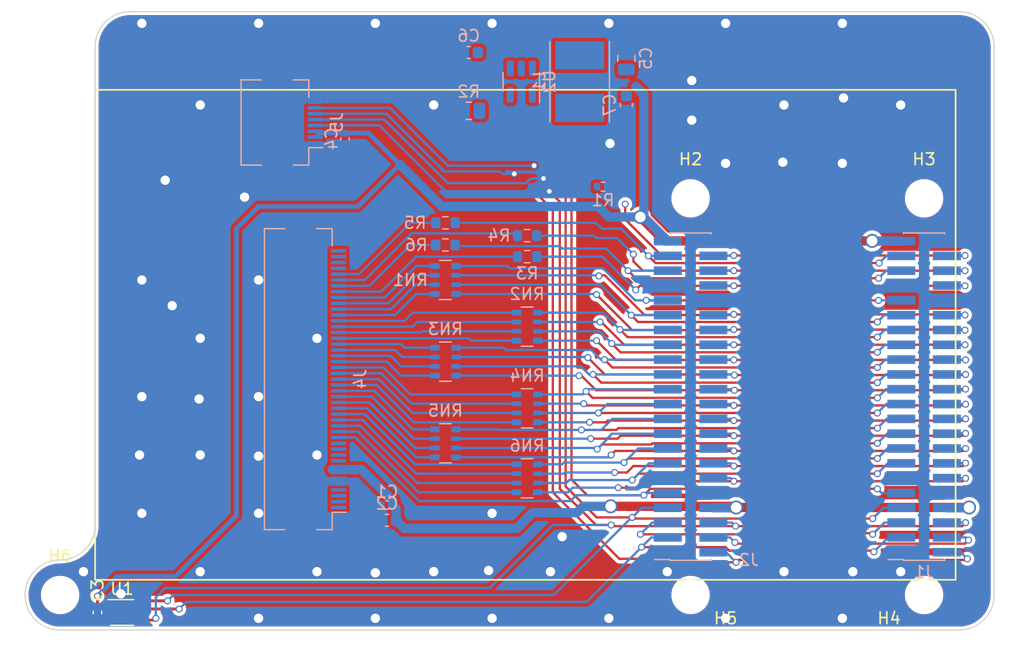
<source format=kicad_pcb>
(kicad_pcb (version 20211014) (generator pcbnew)
  (layers (0 "F.Cu" signal) (31 "B.Cu" signal) (34 "B.Paste" user) (35 "F.Paste" user) (36 "B.SilkS" user "B.Silkscreen") (37 "F.SilkS" user "F.Silkscreen") (38 "B.Mask" user) (39 "F.Mask" user) (44 "Edge.Cuts" user))
  (net 0 "")
  (net 1 "GND")
  (net 2 "+3V3")
  (net 5 "I2C-SCL")
  (net 6 "I2C-SDA")
  (net 7 "TOUCH-YD")
  (net 8 "TOUCH-XR")
  (net 9 "TOUCH-YU")
  (net 10 "TOUCH-XL")
  (net 11 "+3V3_LDO")
  (net 12 "LCD-D23")
  (net 13 "LCD-D22")
  (net 14 "LCD-D21")
  (net 15 "LCD-D20")
  (net 16 "LCD-D19")
  (net 17 "LCD-D18")
  (net 18 "LCD-D15")
  (net 19 "LCD-D14")
  (net 20 "LCD-D13")
  (net 21 "LCD-D12")
  (net 22 "LCD-D11")
  (net 23 "LCD-D10")
  (net 24 "LCD-D7")
  (net 25 "LCD-D6")
  (net 26 "LCD-D5")
  (net 27 "LCD-D4")
  (net 28 "LCD-D3")
  (net 29 "LCD-D2")
  (net 30 "LCD-DE")
  (net 31 "LCD-CLK")
  (net 32 "LCD-HSYNC")
  (net 33 "LCD-VSYNC")
  (net 34 "LCD_BL")
  (net 39 "LCD-D0")
  (net 40 "LCD-D1")
  (net 41 "LCD-D8")
  (net 42 "LCD-D9")
  (net 43 "LCD-D16")
  (net 44 "LCD-D17")
  (net 45 "DEV_RESET")
  (net 46 "/lcd-d23")
  (net 47 "/lcd-d22")
  (net 48 "/lcd-d21")
  (net 49 "/lcd-d20")
  (net 50 "/lcd-d19")
  (net 51 "/lcd-d18")
  (net 52 "/lcd-d17")
  (net 53 "/lcd-d16")
  (net 54 "/lcd-d15")
  (net 55 "/lcd-d14")
  (net 56 "/lcd-d13")
  (net 57 "/lcd-d12")
  (net 58 "/lcd-d11")
  (net 59 "/lcd-d10")
  (net 60 "/lcd-d09")
  (net 61 "/lcd-d08")
  (net 62 "/lcd-d07")
  (net 63 "/lcd-d06")
  (net 64 "/lcd-d05")
  (net 65 "/lcd-d04")
  (net 66 "/lcd-d03")
  (net 67 "/lcd-d02")
  (net 68 "/lcd-d01")
  (net 69 "/lcd-d00")
  (net 70 "/vsync")
  (net 71 "/hsync")
  (net 72 "/clk")
  (net 73 "/de")
  (net 74 "/cs")
  (net 75 "/scl")
  (net 76 "/sdi")
  (net 77 "/sdo")
  (net 79 "LED_A")
  (net 80 "Net-(L1-Pad2)")
  (net 81 "LED_K")
  (footprint "MountingHole:MountingHole_2.7mm_M2.5_DIN965" (layer "F.Cu") (at 177 97)
    (fp_text reference "H4")
    (fp_text value "MountingHole")
  )
  (footprint "OptoDevice:Lite-On_LTR-303ALS-01" (layer "F.Cu") (at 108.3 98.5)
    (fp_text reference "U1")
    (fp_text value "LTR-303ALS-01")
  )
  (footprint "MountingHole:MountingHole_2.7mm_M2.5_DIN965" (layer "F.Cu") (at 103 97)
    (fp_text reference "H6")
    (fp_text value "MountingHole")
  )
  (footprint "MountingHole:MountingHole_2.7mm_M2.5_DIN965" (layer "F.Cu") (at 157 97)
    (fp_text reference "H5")
    (fp_text value "MountingHole")
  )
  (footprint "Capacitor_SMD:C_0402_1005Metric" (layer "F.Cu") (at 106.2 98.5 -90)
    (fp_text reference "C3")
    (fp_text value "100nF")
  )
  (footprint "MountingHole:MountingHole_2.7mm_M2.5_DIN965" (layer "F.Cu") (at 177 63)
    (fp_text reference "H3")
    (fp_text value "MountingHole")
  )
  (footprint "MountingHole:MountingHole_2.7mm_M2.5_DIN965" (layer "F.Cu") (at 157 63)
    (fp_text reference "H2")
    (fp_text value "MountingHole")
  )
  (footprint "Resistor_SMD:R_0603_1608Metric" (layer "B.Cu") (at 143 66.2)
    (fp_text reference "R4")
    (fp_text value "100")
  )
  (footprint "Connector_PinHeader_1.27mm:PinHeader_2x22_P1.27mm_Vertical_SMD" (layer "B.Cu") (at 177 80)
    (fp_text reference "J1")
    (fp_text value "Conn_02x22_Odd_Even")
  )
  (footprint "Connector_PinHeader_1.27mm:PinHeader_2x22_P1.27mm_Vertical_SMD" (layer "B.Cu") (at 157 80)
    (fp_text reference "J2")
    (fp_text value "Conn_02x22_Odd_Even")
  )
  (footprint "Capacitor_SMD:C_0402_1005Metric" (layer "B.Cu") (at 131 89.3 180)
    (fp_text reference "C1")
    (fp_text value "100nF")
  )
  (footprint "Package_TO_SOT_SMD:SOT-23-6" (layer "B.Cu") (at 142.5 53 90)
    (fp_text reference "U2")
    (fp_text value "AP3019")
  )
  (footprint "Resistor_SMD:R_0805_2012Metric" (layer "B.Cu") (at 138 55.5 180)
    (fp_text reference "R2")
    (fp_text value "10")
  )
  (footprint "Resistor_SMD:R_0402_1005Metric" (layer "B.Cu") (at 149.5 62)
    (fp_text reference "R1")
    (fp_text value "100k")
  )
  (footprint "Inductor_SMD:L_Taiyo-Yuden_NR-50xx_HandSoldering" (layer "B.Cu") (at 147.5 53 -90)
    (fp_text reference "L1")
    (fp_text value "22uH")
  )
  (footprint "Capacitor_SMD:C_0805_2012Metric" (layer "B.Cu") (at 151.5 51 90)
    (fp_text reference "C5")
    (fp_text value "10uF")
  )
  (footprint "Capacitor_SMD:C_0402_1005Metric" (layer "B.Cu") (at 127.4 57.9 -90)
    (fp_text reference "C4")
    (fp_text value "100nF")
  )
  (footprint "Resistor_SMD:R_0603_1608Metric" (layer "B.Cu") (at 143 68)
    (fp_text reference "R3")
    (fp_text value "100")
  )
  (footprint "Connector_FFC-FPC:Hirose_FH12-8S-0.5SH_1x08-1MP_P0.50mm_Horizontal" (layer "B.Cu") (at 123 56.5 90)
    (fp_text reference "J5")
    (fp_text value "Conn_01x08_MountingPin")
  )
  (footprint "Resistor_SMD:R_Array_Convex_4x0603" (layer "B.Cu") (at 143 74 180)
    (fp_text reference "RN2")
    (fp_text value "100")
  )
  (footprint "Connector_FFC-FPC:Hirose_FH12-45S-0.5SH_1x45-1MP_P0.50mm_Horizontal" (layer "B.Cu") (at 125 78.5 90)
    (fp_text reference "J4")
    (fp_text value "Conn_2Rows-45Pins_MountingPin")
  )
  (footprint "Resistor_SMD:R_Array_Convex_4x0603" (layer "B.Cu") (at 136 70 180)
    (fp_text reference "RN1")
    (fp_text value "100")
  )
  (footprint "Resistor_SMD:R_Array_Convex_4x0603" (layer "B.Cu") (at 143 87 180)
    (fp_text reference "RN6")
    (fp_text value "100")
  )
  (footprint "Resistor_SMD:R_Array_Convex_4x0603" (layer "B.Cu") (at 143 81 180)
    (fp_text reference "RN4")
    (fp_text value "100")
  )
  (footprint "Resistor_SMD:R_Array_Convex_4x0603" (layer "B.Cu") (at 136 84 180)
    (fp_text reference "RN5")
    (fp_text value "100")
  )
  (footprint "Capacitor_SMD:C_0603_1608Metric" (layer "B.Cu") (at 151.5 55 -90)
    (fp_text reference "C7")
    (fp_text value "1uF")
  )
  (footprint "Resistor_SMD:R_0603_1608Metric" (layer "B.Cu") (at 136 65.1)
    (fp_text reference "R5")
    (fp_text value "100")
  )
  (footprint "Resistor_SMD:R_Array_Convex_4x0603" (layer "B.Cu") (at 136 77 180)
    (fp_text reference "RN3")
    (fp_text value "100")
  )
  (footprint "Capacitor_SMD:C_0603_1608Metric" (layer "B.Cu") (at 131 90.6 180)
    (fp_text reference "C2")
    (fp_text value "10uF")
  )
  (footprint "Capacitor_SMD:C_0603_1608Metric" (layer "B.Cu") (at 138 50.5 180)
    (fp_text reference "C6")
    (fp_text value "220nF")
  )
  (footprint "Resistor_SMD:R_0603_1608Metric" (layer "B.Cu") (at 136 67)
    (fp_text reference "R6")
    (fp_text value "100")
  )
  (gr_rect (start 106 95.7) (end 179.7 53.7) (layer "F.SilkS") (width 0.15) (fill none))
  (gr_line (start 106 91) (end 106 50) (layer "Edge.Cuts") (width 0.1))
  (gr_arc (start 100 97) (mid 100.87868 94.87868) (end 103 94) (layer "Edge.Cuts") (width 0.1))
  (gr_line (start 183 97) (end 183 50) (layer "Edge.Cuts") (width 0.1))
  (gr_line (start 180 47) (end 109 47) (layer "Edge.Cuts") (width 0.1))
  (gr_arc (start 106 91) (mid 105.12132 93.12132) (end 103 94) (layer "Edge.Cuts") (width 0.1))
  (gr_line (start 103 100) (end 180 100) (layer "Edge.Cuts") (width 0.1))
  (gr_arc (start 106 50) (mid 106.87868 47.87868) (end 109 47) (layer "Edge.Cuts") (width 0.1))
  (gr_arc (start 183 97) (mid 182.12132 99.12132) (end 180 100) (layer "Edge.Cuts") (width 0.1))
  (gr_arc (start 103 100) (mid 100.87868 99.12132) (end 100 97) (layer "Edge.Cuts") (width 0.1))
  (gr_arc (start 180 47) (mid 182.12132 47.87868) (end 183 50) (layer "Edge.Cuts") (width 0.1))
  (via (at 170.9 95) (size 1.2) (drill 0.8) (layers "F.Cu" "B.Cu") (net 1))
  (via (at 150 99) (size 1.2) (drill 0.8) (layers "F.Cu" "B.Cu") (net 1))
  (via (at 170 48) (size 1.2) (drill 0.8) (layers "F.Cu" "B.Cu") (net 1))
  (via (at 135 95) (size 1.2) (drill 0.8) (layers "F.Cu" "B.Cu") (net 1))
  (via (at 135 55) (size 1.2) (drill 0.8) (layers "F.Cu" "B.Cu") (net 1))
  (via (at 120 85.1) (size 1.2) (drill 0.8) (layers "F.Cu" "B.Cu") (net 1))
  (via (at 130 48) (size 1.2) (drill 0.8) (layers "F.Cu" "B.Cu") (net 1))
  (via (at 140 48) (size 1.2) (drill 0.8) (layers "F.Cu" "B.Cu") (net 1))
  (via (at 115 55) (size 1.2) (drill 0.8) (layers "F.Cu" "B.Cu") (net 1))
  (via (at 150.1 58.3) (size 1.2) (drill 0.8) (layers "F.Cu" "B.Cu") (net 1))
  (via (at 170 99) (size 1.2) (drill 0.8) (layers "F.Cu" "B.Cu") (net 1))
  (via (at 175 55) (size 1.2) (drill 0.8) (layers "F.Cu" "B.Cu") (net 1))
  (via (at 110 80) (size 1.2) (drill 0.8) (layers "F.Cu" "B.Cu") (net 1))
  (via (at 146 92) (size 1.2) (drill 0.8) (layers "F.Cu" "B.Cu") (net 1))
  (via (at 150 48) (size 1.2) (drill 0.8) (layers "F.Cu" "B.Cu") (net 1))
  (via (at 120 80) (size 1.2) (drill 0.8) (layers "F.Cu" "B.Cu") (net 1))
  (via (at 170 60) (size 1.2) (drill 0.8) (layers "F.Cu" "B.Cu") (net 1))
  (via (at 112.6 72.2) (size 1.2) (drill 0.8) (layers "F.Cu" "B.Cu") (net 1))
  (via (at 110 48) (size 1.2) (drill 0.8) (layers "F.Cu" "B.Cu") (net 1))
  (via (at 165 55) (size 1.2) (drill 0.8) (layers "F.Cu" "B.Cu") (net 1))
  (via (at 120 48) (size 1.2) (drill 0.8) (layers "F.Cu" "B.Cu") (net 1))
  (via (at 105 95) (size 1.2) (drill 0.8) (layers "F.Cu" "B.Cu") (net 1))
  (via (at 125 85) (size 1.2) (drill 0.8) (layers "F.Cu" "B.Cu") (net 1))
  (via (at 160 99) (size 1.2) (drill 0.8) (layers "F.Cu" "B.Cu") (net 1))
  (via (at 157.1 56.3) (size 1.2) (drill 0.8) (layers "F.Cu" "B.Cu") (net 1))
  (via (at 139.7 94.9) (size 1.2) (drill 0.8) (layers "F.Cu" "B.Cu") (net 1))
  (via (at 160 60) (size 1.2) (drill 0.8) (layers "F.Cu" "B.Cu") (net 1))
  (via (at 109.8 85) (size 1.2) (drill 0.8) (layers "F.Cu" "B.Cu") (net 1))
  (via (at 110 70) (size 1.2) (drill 0.8) (layers "F.Cu" "B.Cu") (net 1))
  (via (at 125 95) (size 1.2) (drill 0.8) (layers "F.Cu" "B.Cu") (net 1))
  (via (at 114.9 80.2) (size 1.2) (drill 0.8) (layers "F.Cu" "B.Cu") (net 1))
  (via (at 170.1 54.4) (size 1.2) (drill 0.8) (layers "F.Cu" "B.Cu") (net 1))
  (via (at 120 90) (size 1.2) (drill 0.8) (layers "F.Cu" "B.Cu") (net 1))
  (via (at 115 75) (size 1.2) (drill 0.8) (layers "F.Cu" "B.Cu") (net 1))
  (via (at 115 95) (size 1.2) (drill 0.8) (layers "F.Cu" "B.Cu") (net 1))
  (via (at 130 99) (size 1.2) (drill 0.8) (layers "F.Cu" "B.Cu") (net 1))
  (via (at 175 95) (size 1.2) (drill 0.8) (layers "F.Cu" "B.Cu") (net 1))
  (via (at 140 90) (size 1.2) (drill 0.8) (layers "F.Cu" "B.Cu") (net 1))
  (via (at 130 95.1) (size 1.2) (drill 0.8) (layers "F.Cu" "B.Cu") (net 1))
  (via (at 145 95) (size 1.2) (drill 0.8) (layers "F.Cu" "B.Cu") (net 1))
  (via (at 125 75) (size 1.2) (drill 0.8) (layers "F.Cu" "B.Cu") (net 1))
  (via (at 108.2 96.9) (size 1.2) (drill 0.8) (layers "F.Cu" "B.Cu") (net 1))
  (via (at 120 70) (size 1.2) (drill 0.8) (layers "F.Cu" "B.Cu") (net 1))
  (via (at 155 95) (size 1.2) (drill 0.8) (layers "F.Cu" "B.Cu") (net 1))
  (via (at 115 85) (size 1.2) (drill 0.8) (layers "F.Cu" "B.Cu") (net 1))
  (via (at 120 99) (size 1.2) (drill 0.8) (layers "F.Cu" "B.Cu") (net 1))
  (via (at 140 99) (size 1.2) (drill 0.8) (layers "F.Cu" "B.Cu") (net 1))
  (via (at 157.1 52.9) (size 1.2) (drill 0.8) (layers "F.Cu" "B.Cu") (net 1))
  (via (at 165 95) (size 1.2) (drill 0.8) (layers "F.Cu" "B.Cu") (net 1))
  (via (at 110 90) (size 1.2) (drill 0.8) (layers "F.Cu" "B.Cu") (net 1))
  (via (at 160 48) (size 1.2) (drill 0.8) (layers "F.Cu" "B.Cu") (net 1))
  (via (at 112 61.45) (size 1.2) (drill 0.8) (layers "F.Cu" "B.Cu") (net 1))
  (via (at 118.8 62.9) (size 1.2) (drill 0.8) (layers "F.Cu" "B.Cu") (net 1))
  (via (at 164.9 59.9) (size 1.2) (drill 0.8) (layers "F.Cu" "B.Cu") (net 1))
  (segment (start 154.75 66.65) (end 152.7 64.6) (width 0.8) (layer "F.Cu") (net 2))
  (segment (start 172.55 66.65) (end 154.75 66.65) (width 0.8) (layer "F.Cu") (net 2))
  (segment (start 107.4 97.85) (end 106.37 97.85) (width 0.25) (layer "F.Cu") (net 2))
  (segment (start 106.2 98.02) (end 106.2 97.1) (width 0.25) (layer "F.Cu") (net 2))
  (segment (start 106.37 97.85) (end 106.2 98.02) (width 0.25) (layer "F.Cu") (net 2))
  (via (at 106.2 97.1) (size 0.6) (drill 0.4) (layers "F.Cu" "B.Cu") (net 2))
  (via (at 172.55 66.65) (size 1.2) (drill 0.9) (layers "F.Cu" "B.Cu") (net 2))
  (via (at 152.7 64.6) (size 1.2) (drill 0.9) (layers "F.Cu" "B.Cu") (net 2))
  (segment (start 118.1 90.2) (end 112.9 95.4) (width 0.4) (layer "B.Cu") (net 2))
  (segment (start 150 64.6) (end 149.1 63.7) (width 0.8) (layer "B.Cu") (net 2))
  (segment (start 124.85 57.25) (end 125.35 57.25) (width 0.25) (layer "B.Cu") (net 2))
  (segment (start 153 54.1) (end 152.3 53.4) (width 0.8) (layer "B.Cu") (net 2))
  (segment (start 125.15 57.45) (end 125.25 57.45) (width 0.25) (layer "B.Cu") (net 2))
  (segment (start 112.9 95.4) (end 107.9 95.4) (width 0.4) (layer "B.Cu") (net 2))
  (segment (start 149.1 63.7) (end 135.7 63.7) (width 0.8) (layer "B.Cu") (net 2))
  (segment (start 124.85 57.75) (end 125.05 57.55) (width 0.25) (layer "B.Cu") (net 2))
  (segment (start 153 64.3) (end 153 54.1) (width 0.8) (layer "B.Cu") (net 2))
  (segment (start 152.7 64.6) (end 152.985 64.6) (width 0.8) (layer "B.Cu") (net 2))
  (segment (start 125.05 57.25) (end 125.25 57.45) (width 0.25) (layer "B.Cu") (net 2))
  (segment (start 175.05 66.665) (end 172.565 66.665) (width 0.8) (layer "B.Cu") (net 2))
  (segment (start 124.85 57.75) (end 125.15 57.75) (width 0.25) (layer "B.Cu") (net 2))
  (segment (start 152.7 64.6) (end 150 64.6) (width 0.8) (layer "B.Cu") (net 2))
  (segment (start 125.05 57.45) (end 125.05 57.55) (width 0.25) (layer "B.Cu") (net 2))
  (segment (start 135.7 63.7) (end 132.1 60.1) (width 0.8) (layer "B.Cu") (net 2))
  (segment (start 125.35 57.25) (end 125.5 57.4) (width 0.25) (layer "B.Cu") (net 2))
  (segment (start 152.7 64.6) (end 153 64.3) (width 0.8) (layer "B.Cu") (net 2))
  (segment (start 124.85 57.25) (end 125.05 57.45) (width 0.25) (layer "B.Cu") (net 2))
  (segment (start 132.1 60.1) (end 128.5 63.7) (width 0.4) (layer "B.Cu") (net 2))
  (segment (start 118.1 65.6) (end 118.1 90.2) (width 0.4) (layer "B.Cu") (net 2))
  (segment (start 172.565 66.665) (end 172.55 66.65) (width 0.8) (layer "B.Cu") (net 2))
  (segment (start 152.985 64.6) (end 155.05 66.665) (width 0.8) (layer "B.Cu") (net 2))
  (segment (start 107.9 95.4) (end 106.2 97.1) (width 0.4) (layer "B.Cu") (net 2))
  (segment (start 125.35 57.55) (end 125.5 57.4) (width 0.25) (layer "B.Cu") (net 2))
  (segment (start 132.1 60.1) (end 129.4 57.4) (width 0.4) (layer "B.Cu") (net 2))
  (segment (start 124.85 57.25) (end 125.05 57.25) (width 0.25) (layer "B.Cu") (net 2))
  (segment (start 125.05 57.55) (end 125.15 57.45) (width 0.25) (layer "B.Cu") (net 2))
  (segment (start 120 63.7) (end 118.1 65.6) (width 0.4) (layer "B.Cu") (net 2))
  (segment (start 125.25 57.45) (end 125.35 57.55) (width 0.25) (layer "B.Cu") (net 2))
  (segment (start 129.4 57.4) (end 125.5 57.4) (width 0.4) (layer "B.Cu") (net 2))
  (segment (start 125.15 57.75) (end 125.35 57.55) (width 0.25) (layer "B.Cu") (net 2))
  (segment (start 128.5 63.7) (end 120 63.7) (width 0.4) (layer "B.Cu") (net 2))
  (segment (start 150.2 91) (end 148.9 91) (width 0.2) (layer "F.Cu") (net 5))
  (segment (start 145.8 63.3) (end 144.9 62.4) (width 0.2) (layer "F.Cu") (net 5))
  (segment (start 160.85 91.1) (end 153.1 91.1) (width 0.2) (layer "F.Cu") (net 5))
  (segment (start 153.1 91.1) (end 150.3 91.1) (width 0.2) (layer "F.Cu") (net 5))
  (segment (start 111.05 99.15) (end 111.2 99) (width 0.25) (layer "F.Cu") (net 5))
  (segment (start 180.25 91.1) (end 180.55 90.8) (width 0.2) (layer "F.Cu") (net 5))
  (segment (start 148.9 91) (end 145.8 87.9) (width 0.2) (layer "F.Cu") (net 5))
  (segment (start 109.2 99.15) (end 111.05 99.15) (width 0.25) (layer "F.Cu") (net 5))
  (segment (start 150.3 91.1) (end 150.2 91) (width 0.2) (layer "F.Cu") (net 5))
  (segment (start 145.8 87.9) (end 145.8 63.3) (width 0.2) (layer "F.Cu") (net 5))
  (segment (start 160.85 91.1) (end 180.25 91.1) (width 0.2) (layer "F.Cu") (net 5))
  (via (at 150.2 91) (size 0.6) (drill 0.4) (layers "F.Cu" "B.Cu") (net 5))
  (via (at 111.2 99) (size 0.6) (drill 0.4) (layers "F.Cu" "B.Cu") (net 5))
  (via (at 180.55 90.8) (size 0.6) (drill 0.4) (layers "F.Cu" "B.Cu") (net 5))
  (via (at 144.9 62.4) (size 0.6) (drill 0.4) (layers "F.Cu" "B.Cu") (net 5))
  (via (at 160.85 91.1) (size 0.6) (drill 0.4) (layers "F.Cu" "B.Cu") (net 5))
  (segment (start 150.2 91) (end 145.2 91) (width 0.2) (layer "B.Cu") (net 5))
  (segment (start 139.8 96.4) (end 112 96.4) (width 0.2) (layer "B.Cu") (net 5))
  (segment (start 180.55 90.8) (end 178.955 90.8) (width 0.2) (layer "B.Cu") (net 5))
  (segment (start 111.2 97.2) (end 111.2 99) (width 0.2) (layer "B.Cu") (net 5))
  (segment (start 145.2 91) (end 139.8 96.4) (width 0.2) (layer "B.Cu") (net 5))
  (segment (start 136 62.4) (end 144.3 62.4) (width 0.2) (layer "B.Cu") (net 5))
  (segment (start 160.545 90.795) (end 158.95 90.795) (width 0.2) (layer "B.Cu") (net 5))
  (segment (start 112 96.4) (end 111.2 97.2) (width 0.2) (layer "B.Cu") (net 5))
  (segment (start 178.955 90.8) (end 178.95 90.795) (width 0.2) (layer "B.Cu") (net 5))
  (segment (start 130.35 56.75) (end 136 62.4) (width 0.2) (layer "B.Cu") (net 5))
  (segment (start 160.85 91.1) (end 160.545 90.795) (width 0.2) (layer "B.Cu") (net 5))
  (segment (start 144.3 62.4) (end 144.9 62.4) (width 0.2) (layer "B.Cu") (net 5))
  (segment (start 124.85 56.75) (end 130.35 56.75) (width 0.2) (layer "B.Cu") (net 5))
  (segment (start 145 61.3) (end 146.3 62.6) (width 0.2) (layer "F.Cu") (net 6))
  (segment (start 146.3 62.6) (end 146.3 87.7) (width 0.2) (layer "F.Cu") (net 6))
  (segment (start 109.55 97.5) (end 109.2 97.85) (width 0.25) (layer "F.Cu") (net 6))
  (segment (start 146.3 87.7) (end 148.95 90.35) (width 0.2) (layer "F.Cu") (net 6))
  (segment (start 112.2 97.5) (end 109.55 97.5) (width 0.25) (layer "F.Cu") (net 6))
  (segment (start 144.4 61.3) (end 145 61.3) (width 0.2) (layer "F.Cu") (net 6))
  (segment (start 148.95 90.35) (end 152 90.35) (width 0.2) (layer "F.Cu") (net 6))
  (segment (start 152.1 90.45) (end 172.6 90.45) (width 0.2) (layer "F.Cu") (net 6))
  (segment (start 152 90.35) (end 152.1 90.45) (width 0.2) (layer "F.Cu") (net 6))
  (via (at 144.4 61.3) (size 0.6) (drill 0.4) (layers "F.Cu" "B.Cu") (net 6))
  (via (at 152 90.35) (size 0.6) (drill 0.4) (layers "F.Cu" "B.Cu") (net 6))
  (via (at 172.6 90.45) (size 0.6) (drill 0.4) (layers "F.Cu" "B.Cu") (net 6))
  (via (at 112.2 97.5) (size 0.6) (drill 0.4) (layers "F.Cu" "B.Cu") (net 6))
  (segment (start 172.85 90.2) (end 172.6 90.45) (width 0.2) (layer "B.Cu") (net 6))
  (segment (start 124.85 56.25) (end 130.75 56.25) (width 0.2) (layer "B.Cu") (net 6))
  (segment (start 142.9 61.7) (end 143.3 61.3) (width 0.2) (layer "B.Cu") (net 6))
  (segment (start 130.75 56.25) (end 136.2 61.7) (width 0.2) (layer "B.Cu") (net 6))
  (segment (start 152.825 89.525) (end 155.05 89.525) (width 0.2) (layer "B.Cu") (net 6))
  (segment (start 151.95 90.35) (end 145.3 97) (width 0.2) (layer "B.Cu") (net 6))
  (segment (start 143.3 61.3) (end 144.4 61.3) (width 0.2) (layer "B.Cu") (net 6))
  (segment (start 136.2 61.7) (end 142.9 61.7) (width 0.2) (layer "B.Cu") (net 6))
  (segment (start 152 90.35) (end 151.95 90.35) (width 0.2) (layer "B.Cu") (net 6))
  (segment (start 173.525 89.525) (end 172.85 90.2) (width 0.2) (layer "B.Cu") (net 6))
  (segment (start 145.3 97) (end 112.7 97) (width 0.2) (layer "B.Cu") (net 6))
  (segment (start 112.7 97) (end 112.2 97.5) (width 0.2) (layer "B.Cu") (net 6))
  (segment (start 175.05 89.525) (end 173.525 89.525) (width 0.2) (layer "B.Cu") (net 6))
  (segment (start 152 90.35) (end 152.825 89.525) (width 0.2) (layer "B.Cu") (net 6))
  (segment (start 180.6 94) (end 161.1 94) (width 0.2) (layer "F.Cu") (net 7))
  (segment (start 150.9 93.9) (end 145.2 88.2) (width 0.2) (layer "F.Cu") (net 7))
  (segment (start 180.7 93.9) (end 180.6 94) (width 0.2) (layer "F.Cu") (net 7))
  (segment (start 145.2 64) (end 143.8 62.6) (width 0.2) (layer "F.Cu") (net 7))
  (segment (start 156.3 93.9) (end 150.9 93.9) (width 0.2) (layer "F.Cu") (net 7))
  (segment (start 161.1 94) (end 160.9 94.2) (width 0.2) (layer "F.Cu") (net 7))
  (segment (start 143.8 62.6) (end 142.1 60.9) (width 0.2) (layer "F.Cu") (net 7))
  (segment (start 160.9 94.2) (end 156.6 94.2) (width 0.2) (layer "F.Cu") (net 7))
  (segment (start 142.1 60.9) (end 141.9 60.9) (width 0.2) (layer "F.Cu") (net 7))
  (segment (start 145.2 88.2) (end 145.2 64) (width 0.2) (layer "F.Cu") (net 7))
  (segment (start 156.6 94.2) (end 156.3 93.9) (width 0.2) (layer "F.Cu") (net 7))
  (via (at 160.9 94.2) (size 0.6) (drill 0.4) (layers "F.Cu" "B.Cu") (net 7))
  (via (at 180.7 93.9) (size 0.6) (drill 0.4) (layers "F.Cu" "B.Cu") (net 7))
  (via (at 141.9 60.9) (size 0.6) (drill 0.4) (layers "F.Cu" "B.Cu") (net 7))
  (segment (start 160.035 93.335) (end 158.95 93.335) (width 0.2) (layer "B.Cu") (net 7))
  (segment (start 124.85 55.75) (end 130.95 55.75) (width 0.2) (layer "B.Cu") (net 7))
  (segment (start 141.9 60.9) (end 140.9 60.9) (width 0.2) (layer "B.Cu") (net 7))
  (segment (start 130.95 55.75) (end 135.9 60.7) (width 0.2) (layer "B.Cu") (net 7))
  (segment (start 135.9 60.7) (end 140.7 60.7) (width 0.2) (layer "B.Cu") (net 7))
  (segment (start 140.9 60.9) (end 140.7 60.7) (width 0.2) (layer "B.Cu") (net 7))
  (segment (start 178.95 93.335) (end 180.135 93.335) (width 0.2) (layer "B.Cu") (net 7))
  (segment (start 160.9 94.2) (end 160.035 93.335) (width 0.2) (layer "B.Cu") (net 7))
  (segment (start 180.135 93.335) (end 180.7 93.9) (width 0.2) (layer "B.Cu") (net 7))
  (segment (start 160 92.9) (end 152.8 92.9) (width 0.2) (layer "F.Cu") (net 8))
  (segment (start 172.6 93.2) (end 160.3 93.2) (width 0.2) (layer "F.Cu") (net 8))
  (segment (start 110.158403 98.5) (end 109.2 98.5) (width 0.25) (layer "F.Cu") (net 8))
  (segment (start 110.458403 98.2) (end 110.158403 98.5) (width 0.25) (layer "F.Cu") (net 8))
  (segment (start 160.3 93.2) (end 160 92.9) (width 0.2) (layer "F.Cu") (net 8))
  (segment (start 172.7 93.3) (end 172.6 93.2) (width 0.2) (layer "F.Cu") (net 8))
  (segment (start 113.2 98.2) (end 110.458403 98.2) (width 0.25) (layer "F.Cu") (net 8))
  (via (at 172.7 93.3) (size 0.6) (drill 0.4) (layers "F.Cu" "B.Cu") (net 8))
  (via (at 152.8 92.9) (size 0.6) (drill 0.4) (layers "F.Cu" "B.Cu") (net 8))
  (via (at 113.2 98.2) (size 0.6) (drill 0.4) (layers "F.Cu" "B.Cu") (net 8))
  (segment (start 173.935 92.065) (end 175.05 92.065) (width 0.2) (layer "B.Cu") (net 8))
  (segment (start 148.1 97.6) (end 113.8 97.6) (width 0.2) (layer "B.Cu") (net 8))
  (segment (start 155.05 92.065) (end 153.635 92.065) (width 0.2) (layer "B.Cu") (net 8))
  (segment (start 152.8 92.9) (end 148.1 97.6) (width 0.2) (layer "B.Cu") (net 8))
  (segment (start 113.8 97.6) (end 113.2 98.2) (width 0.2) (layer "B.Cu") (net 8))
  (segment (start 172.7 93.3) (end 173.935 92.065) (width 0.2) (layer "B.Cu") (net 8))
  (segment (start 153.635 92.065) (end 152.8 92.9) (width 0.2) (layer "B.Cu") (net 8))
  (segment (start 180.5 92.6) (end 160.9 92.6) (width 0.2) (layer "F.Cu") (net 9))
  (segment (start 180.8 92.3) (end 180.5 92.6) (width 0.2) (layer "F.Cu") (net 9))
  (segment (start 160.9 92.6) (end 160.8 92.5) (width 0.2) (layer "F.Cu") (net 9))
  (via (at 180.8 92.3) (size 0.6) (drill 0.4) (layers "F.Cu" "B.Cu") (net 9))
  (via (at 160.8 92.5) (size 0.6) (drill 0.4) (layers "F.Cu" "B.Cu") (net 9))
  (segment (start 160.365 92.065) (end 158.95 92.065) (width 0.2) (layer "B.Cu") (net 9))
  (segment (start 160.8 92.5) (end 160.365 92.065) (width 0.2) (layer "B.Cu") (net 9))
  (segment (start 180.565 92.065) (end 180.8 92.3) (width 0.2) (layer "B.Cu") (net 9))
  (segment (start 178.95 92.065) (end 180.565 92.065) (width 0.2) (layer "B.Cu") (net 9))
  (segment (start 161.3 91.8) (end 161.4 91.7) (width 0.2) (layer "F.Cu") (net 10))
  (segment (start 152.7 91.8) (end 161.3 91.8) (width 0.2) (layer "F.Cu") (net 10))
  (segment (start 172.5 91.7) (end 172.6 91.8) (width 0.2) (layer "F.Cu") (net 10))
  (segment (start 161.4 91.7) (end 172.5 91.7) (width 0.2) (layer "F.Cu") (net 10))
  (via (at 172.6 91.8) (size 0.6) (drill 0.4) (layers "F.Cu" "B.Cu") (net 10))
  (via (at 152.7 91.8) (size 0.6) (drill 0.4) (layers "F.Cu" "B.Cu") (net 10))
  (segment (start 153.705 90.795) (end 152.7 91.8) (width 0.2) (layer "B.Cu") (net 10))
  (segment (start 172.6 91.8) (end 173.605 90.795) (width 0.2) (layer "B.Cu") (net 10))
  (segment (start 155.05 90.795) (end 153.705 90.795) (width 0.2) (layer "B.Cu") (net 10))
  (segment (start 173.605 90.795) (end 175.05 90.795) (width 0.2) (layer "B.Cu") (net 10))
  (segment (start 180.85 89.5) (end 160.9 89.5) (width 0.8) (layer "F.Cu") (net 11))
  (segment (start 151.677409 89.400489) (end 151.67692 89.4) (width 0.8) (layer "F.Cu") (net 11))
  (segment (start 160.9 89.5) (end 160.800489 89.400489) (width 0.8) (layer "F.Cu") (net 11))
  (segment (start 151.750489 89.400489) (end 151.677409 89.400489) (width 0.8) (layer "F.Cu") (net 11))
  (segment (start 160.800489 89.400489) (end 151.750489 89.400489) (width 0.8) (layer "F.Cu") (net 11))
  (segment (start 151.750489 89.400489) (end 151.75 89.4) (width 0.8) (layer "F.Cu") (net 11))
  (segment (start 151.67692 89.4) (end 150.15 89.4) (width 0.8) (layer "F.Cu") (net 11))
  (via (at 180.85 89.5) (size 1.2) (drill 0.9) (layers "F.Cu" "B.Cu") (net 11))
  (via (at 150.15 89.4) (size 1.2) (drill 0.9) (layers "F.Cu" "B.Cu") (net 11))
  (via (at 160.9 89.5) (size 1.2) (drill 0.9) (layers "F.Cu" "B.Cu") (net 11))
  (segment (start 147.25 89.95) (end 143.45 89.95) (width 0.8) (layer "B.Cu") (net 11))
  (segment (start 132.475 91.3) (end 131.775 90.6) (width 0.8) (layer "B.Cu") (net 11))
  (segment (start 131.48 89.3) (end 131.48 88.904161) (width 0.8) (layer "B.Cu") (net 11))
  (segment (start 128.82535 86.249511) (end 126.3 86.249511) (width 0.8) (layer "B.Cu") (net 11))
  (segment (start 143.45 89.95) (end 142.1 91.3) (width 0.8) (layer "B.Cu") (net 11))
  (segment (start 160.875 89.525) (end 158.95 89.525) (width 0.8) (layer "B.Cu") (net 11))
  (segment (start 180.825 89.525) (end 180.85 89.5) (width 0.8) (layer "B.Cu") (net 11))
  (segment (start 147.8 89.4) (end 147.25 89.95) (width 0.8) (layer "B.Cu") (net 11))
  (segment (start 178.95 89.525) (end 180.825 89.525) (width 0.8) (layer "B.Cu") (net 11))
  (segment (start 131.775 90.6) (end 131.775 89.595) (width 0.8) (layer "B.Cu") (net 11))
  (segment (start 142.1 91.3) (end 132.475 91.3) (width 0.8) (layer "B.Cu") (net 11))
  (segment (start 150.15 89.4) (end 147.8 89.4) (width 0.8) (layer "B.Cu") (net 11))
  (segment (start 131.775 89.595) (end 131.48 89.3) (width 0.8) (layer "B.Cu") (net 11))
  (segment (start 131.48 88.904161) (end 128.82535 86.249511) (width 0.8) (layer "B.Cu") (net 11))
  (segment (start 160.9 89.5) (end 160.875 89.525) (width 0.8) (layer "B.Cu") (net 11))
  (segment (start 180.3 87.25) (end 180.55 87) (width 0.2) (layer "F.Cu") (net 12))
  (segment (start 150.8 87.8) (end 152.55 87.8) (width 0.2) (layer "F.Cu") (net 12))
  (segment (start 160.7 87.25) (end 180.3 87.25) (width 0.2) (layer "F.Cu") (net 12))
  (segment (start 152.55 87.8) (end 153.1 87.25) (width 0.2) (layer "F.Cu") (net 12))
  (segment (start 153.1 87.25) (end 160.7 87.25) (width 0.2) (layer "F.Cu") (net 12))
  (via (at 180.55 87) (size 0.6) (drill 0.4) (layers "F.Cu" "B.Cu") (net 12))
  (via (at 150.8 87.8) (size 0.6) (drill 0.4) (layers "F.Cu" "B.Cu") (net 12))
  (via (at 160.7 87.25) (size 0.6) (drill 0.4) (layers "F.Cu" "B.Cu") (net 12))
  (segment (start 150.8 87.8) (end 146.9 87.8) (width 0.2) (layer "B.Cu") (net 12))
  (segment (start 146.5 88.2) (end 143.9 88.2) (width 0.2) (layer "B.Cu") (net 12))
  (segment (start 160.435 86.985) (end 158.95 86.985) (width 0.2) (layer "B.Cu") (net 12))
  (segment (start 180.55 87) (end 178.965 87) (width 0.2) (layer "B.Cu") (net 12))
  (segment (start 146.9 87.8) (end 146.5 88.2) (width 0.2) (layer "B.Cu") (net 12))
  (segment (start 178.965 87) (end 178.95 86.985) (width 0.2) (layer "B.Cu") (net 12))
  (segment (start 160.7 87.25) (end 160.435 86.985) (width 0.2) (layer "B.Cu") (net 12))
  (segment (start 152 87.15) (end 152.55 86.6) (width 0.2) (layer "F.Cu") (net 13))
  (segment (start 152.55 86.6) (end 173 86.6) (width 0.2) (layer "F.Cu") (net 13))
  (via (at 173 86.6) (size 0.6) (drill 0.4) (layers "F.Cu" "B.Cu") (net 13))
  (via (at 152 87.15) (size 0.6) (drill 0.4) (layers "F.Cu" "B.Cu") (net 13))
  (segment (start 175.05 85.715) (end 173.885 85.715) (width 0.2) (layer "B.Cu") (net 13))
  (segment (start 146.6 87.15) (end 146.35 87.4) (width 0.2) (layer "B.Cu") (net 13))
  (segment (start 153.435 85.715) (end 155.05 85.715) (width 0.2) (layer "B.Cu") (net 13))
  (segment (start 173.885 85.715) (end 173 86.6) (width 0.2) (layer "B.Cu") (net 13))
  (segment (start 152 87.15) (end 146.6 87.15) (width 0.2) (layer "B.Cu") (net 13))
  (segment (start 146.35 87.4) (end 143.9 87.4) (width 0.2) (layer "B.Cu") (net 13))
  (segment (start 152 87.15) (end 153.435 85.715) (width 0.2) (layer "B.Cu") (net 13))
  (segment (start 152.1 85.95) (end 160.7 85.95) (width 0.2) (layer "F.Cu") (net 14))
  (segment (start 160.7 85.95) (end 180.3 85.95) (width 0.2) (layer "F.Cu") (net 14))
  (segment (start 150.5 86.5) (end 151.55 86.5) (width 0.2) (layer "F.Cu") (net 14))
  (segment (start 151.55 86.5) (end 152.1 85.95) (width 0.2) (layer "F.Cu") (net 14))
  (segment (start 180.3 85.95) (end 180.55 85.7) (width 0.2) (layer "F.Cu") (net 14))
  (via (at 160.7 85.95) (size 0.6) (drill 0.4) (layers "F.Cu" "B.Cu") (net 14))
  (via (at 150.5 86.5) (size 0.6) (drill 0.4) (layers "F.Cu" "B.Cu") (net 14))
  (via (at 180.55 85.7) (size 0.6) (drill 0.4) (layers "F.Cu" "B.Cu") (net 14))
  (segment (start 180.55 85.7) (end 178.965 85.7) (width 0.2) (layer "B.Cu") (net 14))
  (segment (start 160.465 85.715) (end 158.95 85.715) (width 0.2) (layer "B.Cu") (net 14))
  (segment (start 150.5 86.5) (end 146.25 86.5) (width 0.2) (layer "B.Cu") (net 14))
  (segment (start 160.7 85.95) (end 160.465 85.715) (width 0.2) (layer "B.Cu") (net 14))
  (segment (start 146.25 86.5) (end 146.15 86.6) (width 0.2) (layer "B.Cu") (net 14))
  (segment (start 146.15 86.6) (end 143.9 86.6) (width 0.2) (layer "B.Cu") (net 14))
  (segment (start 178.965 85.7) (end 178.95 85.715) (width 0.2) (layer "B.Cu") (net 14))
  (segment (start 151.65 85.3) (end 151.3 85.65) (width 0.2) (layer "F.Cu") (net 15))
  (segment (start 173 85.3) (end 151.65 85.3) (width 0.2) (layer "F.Cu") (net 15))
  (via (at 173 85.3) (size 0.6) (drill 0.4) (layers "F.Cu" "B.Cu") (net 15))
  (via (at 151.3 85.65) (size 0.6) (drill 0.4) (layers "F.Cu" "B.Cu") (net 15))
  (segment (start 151.3 85.65) (end 146.15 85.65) (width 0.2) (layer "B.Cu") (net 15))
  (segment (start 146 85.8) (end 143.9 85.8) (width 0.2) (layer "B.Cu") (net 15))
  (segment (start 175.05 84.445) (end 173.855 84.445) (width 0.2) (layer "B.Cu") (net 15))
  (segment (start 173.855 84.445) (end 173 85.3) (width 0.2) (layer "B.Cu") (net 15))
  (segment (start 146.15 85.65) (end 146 85.8) (width 0.2) (layer "B.Cu") (net 15))
  (segment (start 151.3 85.65) (end 152.505 84.445) (width 0.2) (layer "B.Cu") (net 15))
  (segment (start 152.505 84.445) (end 155.05 84.445) (width 0.2) (layer "B.Cu") (net 15))
  (segment (start 150.2 85) (end 150.55 84.65) (width 0.2) (layer "F.Cu") (net 16))
  (segment (start 150.55 84.65) (end 160.7 84.65) (width 0.2) (layer "F.Cu") (net 16))
  (segment (start 180.35 84.65) (end 180.55 84.45) (width 0.2) (layer "F.Cu") (net 16))
  (segment (start 160.7 84.65) (end 180.35 84.65) (width 0.2) (layer "F.Cu") (net 16))
  (via (at 180.55 84.45) (size 0.6) (drill 0.4) (layers "F.Cu" "B.Cu") (net 16))
  (via (at 160.7 84.65) (size 0.6) (drill 0.4) (layers "F.Cu" "B.Cu") (net 16))
  (via (at 150.2 85) (size 0.6) (drill 0.4) (layers "F.Cu" "B.Cu") (net 16))
  (segment (start 160.7 84.65) (end 160.495 84.445) (width 0.2) (layer "B.Cu") (net 16))
  (segment (start 150 85.2) (end 136.9 85.2) (width 0.2) (layer "B.Cu") (net 16))
  (segment (start 178.955 84.45) (end 178.95 84.445) (width 0.2) (layer "B.Cu") (net 16))
  (segment (start 180.55 84.45) (end 178.955 84.45) (width 0.2) (layer "B.Cu") (net 16))
  (segment (start 150.2 85) (end 150 85.2) (width 0.2) (layer "B.Cu") (net 16))
  (segment (start 160.495 84.445) (end 158.95 84.445) (width 0.2) (layer "B.Cu") (net 16))
  (segment (start 153.65 84.1) (end 153.75 84) (width 0.2) (layer "F.Cu") (net 17))
  (segment (start 153.75 84) (end 173 84) (width 0.2) (layer "F.Cu") (net 17))
  (segment (start 149 84.5) (end 149.4 84.1) (width 0.2) (layer "F.Cu") (net 17))
  (segment (start 149.4 84.1) (end 153.65 84.1) (width 0.2) (layer "F.Cu") (net 17))
  (via (at 173 84) (size 0.6) (drill 0.4) (layers "F.Cu" "B.Cu") (net 17))
  (via (at 149 84.5) (size 0.6) (drill 0.4) (layers "F.Cu" "B.Cu") (net 17))
  (segment (start 149.9 83.6) (end 149.9 83.55) (width 0.2) (layer "B.Cu") (net 17))
  (segment (start 175.05 83.175) (end 173.825 83.175) (width 0.2) (layer "B.Cu") (net 17))
  (segment (start 149.9 83.55) (end 150.275 83.175) (width 0.2) (layer "B.Cu") (net 17))
  (segment (start 148.9 84.4) (end 136.9 84.4) (width 0.2) (layer "B.Cu") (net 17))
  (segment (start 173.825 83.175) (end 173 84) (width 0.2) (layer "B.Cu") (net 17))
  (segment (start 149 84.5) (end 148.9 84.4) (width 0.2) (layer "B.Cu") (net 17))
  (segment (start 149 84.5) (end 149.9 83.6) (width 0.2) (layer "B.Cu") (net 17))
  (segment (start 150.275 83.175) (end 155.05 83.175) (width 0.2) (layer "B.Cu") (net 17))
  (segment (start 148.35 82.2) (end 149.75 82.2) (width 0.2) (layer "F.Cu") (net 18))
  (segment (start 180.4 82.05) (end 180.55 81.9) (width 0.2) (layer "F.Cu") (net 18))
  (segment (start 149.9 82.05) (end 160.7 82.05) (width 0.2) (layer "F.Cu") (net 18))
  (segment (start 149.75 82.2) (end 149.9 82.05) (width 0.2) (layer "F.Cu") (net 18))
  (segment (start 160.7 82.05) (end 180.4 82.05) (width 0.2) (layer "F.Cu") (net 18))
  (via (at 148.35 82.2) (size 0.6) (drill 0.4) (layers "F.Cu" "B.Cu") (net 18))
  (via (at 180.55 81.9) (size 0.6) (drill 0.4) (layers "F.Cu" "B.Cu") (net 18))
  (via (at 160.7 82.05) (size 0.6) (drill 0.4) (layers "F.Cu" "B.Cu") (net 18))
  (segment (start 178.955 81.9) (end 178.95 81.905) (width 0.2) (layer "B.Cu") (net 18))
  (segment (start 160.555 81.905) (end 158.95 81.905) (width 0.2) (layer "B.Cu") (net 18))
  (segment (start 160.7 82.05) (end 160.555 81.905) (width 0.2) (layer "B.Cu") (net 18))
  (segment (start 143.9 82.2) (end 148.35 82.2) (width 0.2) (layer "B.Cu") (net 18))
  (segment (start 180.55 81.9) (end 178.955 81.9) (width 0.2) (layer "B.Cu") (net 18))
  (segment (start 173 81.4) (end 149.1 81.4) (width 0.2) (layer "F.Cu") (net 19))
  (via (at 149.1 81.4) (size 0.6) (drill 0.4) (layers "F.Cu" "B.Cu") (net 19))
  (via (at 173 81.4) (size 0.6) (drill 0.4) (layers "F.Cu" "B.Cu") (net 19))
  (segment (start 175.05 80.635) (end 173.765 80.635) (width 0.2) (layer "B.Cu") (net 19))
  (segment (start 173.765 80.635) (end 173 81.4) (width 0.2) (layer "B.Cu") (net 19))
  (segment (start 143.9 81.4) (end 149.1 81.4) (width 0.2) (layer "B.Cu") (net 19))
  (segment (start 149.1 81.4) (end 149.865 80.635) (width 0.2) (layer "B.Cu") (net 19))
  (segment (start 149.865 80.635) (end 155.05 80.635) (width 0.2) (layer "B.Cu") (net 19))
  (segment (start 148 80.75) (end 160.7 80.75) (width 0.2) (layer "F.Cu") (net 20))
  (segment (start 180.45 80.75) (end 180.55 80.65) (width 0.2) (layer "F.Cu") (net 20))
  (segment (start 160.7 80.75) (end 180.45 80.75) (width 0.2) (layer "F.Cu") (net 20))
  (segment (start 147.85 80.6) (end 148 80.75) (width 0.2) (layer "F.Cu") (net 20))
  (via (at 147.85 80.6) (size 0.6) (drill 0.4) (layers "F.Cu" "B.Cu") (net 20))
  (via (at 160.7 80.75) (size 0.6) (drill 0.4) (layers "F.Cu" "B.Cu") (net 20))
  (via (at 180.55 80.65) (size 0.6) (drill 0.4) (layers "F.Cu" "B.Cu") (net 20))
  (segment (start 143.9 80.6) (end 147.85 80.6) (width 0.2) (layer "B.Cu") (net 20))
  (segment (start 160.7 80.75) (end 160.585 80.635) (width 0.2) (layer "B.Cu") (net 20))
  (segment (start 178.965 80.65) (end 178.95 80.635) (width 0.2) (layer "B.Cu") (net 20))
  (segment (start 180.55 80.65) (end 178.965 80.65) (width 0.2) (layer "B.Cu") (net 20))
  (segment (start 160.585 80.635) (end 158.95 80.635) (width 0.2) (layer "B.Cu") (net 20))
  (segment (start 173 80.1) (end 148.6 80.1) (width 0.2) (layer "F.Cu") (net 21))
  (segment (start 148.6 80.1) (end 148.05 79.55) (width 0.2) (layer "F.Cu") (net 21))
  (via (at 173 80.1) (size 0.6) (drill 0.4) (layers "F.Cu" "B.Cu") (net 21))
  (via (at 148.05 79.55) (size 0.6) (drill 0.4) (layers "F.Cu" "B.Cu") (net 21))
  (segment (start 148.235 79.365) (end 148.05 79.55) (width 0.2) (layer "B.Cu") (net 21))
  (segment (start 175.05 79.365) (end 173.735 79.365) (width 0.2) (layer "B.Cu") (net 21))
  (segment (start 155.05 79.365) (end 148.235 79.365) (width 0.2) (layer "B.Cu") (net 21))
  (segment (start 173.735 79.365) (end 173 80.1) (width 0.2) (layer "B.Cu") (net 21))
  (segment (start 148.05 79.55) (end 147.8 79.8) (width 0.2) (layer "B.Cu") (net 21))
  (segment (start 147.8 79.8) (end 143.9 79.8) (width 0.2) (layer "B.Cu") (net 21))
  (segment (start 147.65 78.2) (end 148.9 79.45) (width 0.2) (layer "F.Cu") (net 22))
  (segment (start 147.45 78.2) (end 147.65 78.2) (width 0.2) (layer "F.Cu") (net 22))
  (segment (start 180.45 79.45) (end 180.55 79.35) (width 0.2) (layer "F.Cu") (net 22))
  (segment (start 160.75 79.45) (end 180.45 79.45) (width 0.2) (layer "F.Cu") (net 22))
  (segment (start 148.9 79.45) (end 160.75 79.45) (width 0.2) (layer "F.Cu") (net 22))
  (via (at 147.45 78.2) (size 0.6) (drill 0.4) (layers "F.Cu" "B.Cu") (net 22))
  (via (at 180.55 79.35) (size 0.6) (drill 0.4) (layers "F.Cu" "B.Cu") (net 22))
  (via (at 160.75 79.45) (size 0.6) (drill 0.4) (layers "F.Cu" "B.Cu") (net 22))
  (segment (start 160.665 79.365) (end 158.95 79.365) (width 0.2) (layer "B.Cu") (net 22))
  (segment (start 178.965 79.35) (end 178.95 79.365) (width 0.2) (layer "B.Cu") (net 22))
  (segment (start 160.75 79.45) (end 160.665 79.365) (width 0.2) (layer "B.Cu") (net 22))
  (segment (start 136.9 78.2) (end 147.45 78.2) (width 0.2) (layer "B.Cu") (net 22))
  (segment (start 180.55 79.35) (end 178.965 79.35) (width 0.2) (layer "B.Cu") (net 22))
  (segment (start 173 78.8) (end 149.35 78.8) (width 0.2) (layer "F.Cu") (net 23))
  (segment (start 149.35 78.8) (end 148.645 78.095) (width 0.2) (layer "F.Cu") (net 23))
  (via (at 148.645 78.095) (size 0.6) (drill 0.4) (layers "F.Cu" "B.Cu") (net 23))
  (via (at 173 78.8) (size 0.6) (drill 0.4) (layers "F.Cu" "B.Cu") (net 23))
  (segment (start 136.9 77.4) (end 147.6 77.4) (width 0.2) (layer "B.Cu") (net 23))
  (segment (start 148.645 78.095) (end 155.05 78.095) (width 0.2) (layer "B.Cu") (net 23))
  (segment (start 148.295 78.095) (end 148.645 78.095) (width 0.2) (layer "B.Cu") (net 23))
  (segment (start 175.05 78.095) (end 173.705 78.095) (width 0.2) (layer "B.Cu") (net 23))
  (segment (start 173.705 78.095) (end 173 78.8) (width 0.2) (layer "B.Cu") (net 23))
  (segment (start 147.6 77.4) (end 148.295 78.095) (width 0.2) (layer "B.Cu") (net 23))
  (segment (start 150.6 76.85) (end 160.7 76.85) (width 0.2) (layer "F.Cu") (net 24))
  (segment (start 148.95 75.2) (end 150.6 76.85) (width 0.2) (layer "F.Cu") (net 24))
  (segment (start 160.7 76.85) (end 180.55 76.85) (width 0.2) (layer "F.Cu") (net 24))
  (via (at 180.55 76.85) (size 0.6) (drill 0.4) (layers "F.Cu" "B.Cu") (net 24))
  (via (at 160.7 76.85) (size 0.6) (drill 0.4) (layers "F.Cu" "B.Cu") (net 24))
  (via (at 148.95 75.2) (size 0.6) (drill 0.4) (layers "F.Cu" "B.Cu") (net 24))
  (segment (start 160.675 76.825) (end 160.7 76.85) (width 0.2) (layer "B.Cu") (net 24))
  (segment (start 143.9 75.2) (end 148.95 75.2) (width 0.2) (layer "B.Cu") (net 24))
  (segment (start 178.975 76.85) (end 178.95 76.825) (width 0.2) (layer "B.Cu") (net 24))
  (segment (start 158.95 76.825) (end 160.675 76.825) (width 0.2) (layer "B.Cu") (net 24))
  (segment (start 180.55 76.85) (end 178.975 76.85) (width 0.2) (layer "B.Cu") (net 24))
  (segment (start 173 76.2) (end 151 76.2) (width 0.2) (layer "F.Cu") (net 25))
  (segment (start 151 76.2) (end 150.25 75.45) (width 0.2) (layer "F.Cu") (net 25))
  (via (at 173 76.2) (size 0.6) (drill 0.4) (layers "F.Cu" "B.Cu") (net 25))
  (via (at 150.25 75.45) (size 0.6) (drill 0.4) (layers "F.Cu" "B.Cu") (net 25))
  (segment (start 143.9 74.4) (end 148.85 74.4) (width 0.2) (layer "B.Cu") (net 25))
  (segment (start 149.2 74.4) (end 148.85 74.4) (width 0.2) (layer "B.Cu") (net 25))
  (segment (start 175.05 75.555) (end 173.645 75.555) (width 0.2) (layer "B.Cu") (net 25))
  (segment (start 150.25 75.45) (end 150.355 75.555) (width 0.2) (layer "B.Cu") (net 25))
  (segment (start 150.555 75.555) (end 155.05 75.555) (width 0.2) (layer "B.Cu") (net 25))
  (segment (start 173.645 75.555) (end 173 76.2) (width 0.2) (layer "B.Cu") (net 25))
  (segment (start 150.25 75.45) (end 149.2 74.4) (width 0.2) (layer "B.Cu") (net 25))
  (segment (start 150.355 75.555) (end 150.555 75.555) (width 0.2) (layer "B.Cu") (net 25))
  (segment (start 160.7 75.55) (end 180.5 75.55) (width 0.2) (layer "F.Cu") (net 26))
  (segment (start 149.35 73.6) (end 151.3 75.55) (width 0.2) (layer "F.Cu") (net 26))
  (segment (start 149.25 73.6) (end 149.35 73.6) (width 0.2) (layer "F.Cu") (net 26))
  (segment (start 151.3 75.55) (end 160.7 75.55) (width 0.2) (layer "F.Cu") (net 26))
  (via (at 149.25 73.6) (size 0.6) (drill 0.4) (layers "F.Cu" "B.Cu") (net 26))
  (via (at 180.5 75.55) (size 0.6) (drill 0.4) (layers "F.Cu" "B.Cu") (net 26))
  (via (at 160.7 75.55) (size 0.6) (drill 0.4) (layers "F.Cu" "B.Cu") (net 26))
  (segment (start 143.9 73.6) (end 149.25 73.6) (width 0.2) (layer "B.Cu") (net 26))
  (segment (start 160.695 75.555) (end 160.7 75.55) (width 0.2) (layer "B.Cu") (net 26))
  (segment (start 178.955 75.55) (end 178.95 75.555) (width 0.2) (layer "B.Cu") (net 26))
  (segment (start 180.5 75.55) (end 178.955 75.55) (width 0.2) (layer "B.Cu") (net 26))
  (segment (start 158.95 75.555) (end 160.695 75.555) (width 0.2) (layer "B.Cu") (net 26))
  (segment (start 173 74.9) (end 161.05 74.9) (width 0.2) (layer "F.Cu") (net 27))
  (segment (start 151.6 74.9) (end 150.95 74.25) (width 0.2) (layer "F.Cu") (net 27))
  (segment (start 161.05 74.9) (end 151.6 74.9) (width 0.2) (layer "F.Cu") (net 27))
  (via (at 173 74.9) (size 0.6) (drill 0.4) (layers "F.Cu" "B.Cu") (net 27))
  (via (at 150.95 74.25) (size 0.6) (drill 0.4) (layers "F.Cu" "B.Cu") (net 27))
  (segment (start 149.5 72.8) (end 149.3 72.8) (width 0.2) (layer "B.Cu") (net 27))
  (segment (start 151.665 74.285) (end 155.05 74.285) (width 0.2) (layer "B.Cu") (net 27))
  (segment (start 151.665 74.285) (end 150.985 74.285) (width 0.2) (layer "B.Cu") (net 27))
  (segment (start 151.385 74.285) (end 151.665 74.285) (width 0.2) (layer "B.Cu") (net 27))
  (segment (start 143.9 72.8) (end 149.3 72.8) (width 0.2) (layer "B.Cu") (net 27))
  (segment (start 173 74.9) (end 173.615 74.285) (width 0.2) (layer "B.Cu") (net 27))
  (segment (start 173.615 74.285) (end 175.05 74.285) (width 0.2) (layer "B.Cu") (net 27))
  (segment (start 150.95 74.25) (end 149.5 72.8) (width 0.2) (layer "B.Cu") (net 27))
  (segment (start 150.985 74.285) (end 150.95 74.25) (width 0.2) (layer "B.Cu") (net 27))
  (segment (start 180.45 74.25) (end 180.5 74.3) (width 0.2) (layer "F.Cu") (net 28))
  (segment (start 152 74.3) (end 160.65 74.3) (width 0.2) (layer "F.Cu") (net 28))
  (segment (start 160.65 74.3) (end 160.7 74.25) (width 0.2) (layer "F.Cu") (net 28))
  (segment (start 148.95 71.25) (end 152 74.3) (width 0.2) (layer "F.Cu") (net 28))
  (segment (start 160.7 74.25) (end 180.45 74.25) (width 0.2) (layer "F.Cu") (net 28))
  (via (at 160.7 74.25) (size 0.6) (drill 0.4) (layers "F.Cu" "B.Cu") (net 28))
  (via (at 180.5 74.3) (size 0.6) (drill 0.4) (layers "F.Cu" "B.Cu") (net 28))
  (via (at 148.95 71.25) (size 0.6) (drill 0.4) (layers "F.Cu" "B.Cu") (net 28))
  (segment (start 160.7 74.25) (end 160.665 74.285) (width 0.2) (layer "B.Cu") (net 28))
  (segment (start 178.965 74.3) (end 178.95 74.285) (width 0.2) (layer "B.Cu") (net 28))
  (segment (start 160.665 74.285) (end 158.95 74.285) (width 0.2) (layer "B.Cu") (net 28))
  (segment (start 148.9 71.2) (end 148.95 71.25) (width 0.2) (layer "B.Cu") (net 28))
  (segment (start 136.9 71.2) (end 148.9 71.2) (width 0.2) (layer "B.Cu") (net 28))
  (segment (start 180.5 74.3) (end 178.965 74.3) (width 0.2) (layer "B.Cu") (net 28))
  (segment (start 173 73.6) (end 152.5 73.6) (width 0.2) (layer "F.Cu") (net 29))
  (segment (start 152.5 73.6) (end 151.915 73.015) (width 0.2) (layer "F.Cu") (net 29))
  (via (at 151.915 73.015) (size 0.6) (drill 0.4) (layers "F.Cu" "B.Cu") (net 29))
  (via (at 173 73.6) (size 0.6) (drill 0.4) (layers "F.Cu" "B.Cu") (net 29))
  (segment (start 149.3 70.4) (end 151.915 73.015) (width 0.2) (layer "B.Cu") (net 29))
  (segment (start 173.585 73.015) (end 175.05 73.015) (width 0.2) (layer "B.Cu") (net 29))
  (segment (start 173 73.6) (end 173.585 73.015) (width 0.2) (layer "B.Cu") (net 29))
  (segment (start 136.9 70.4) (end 149.3 70.4) (width 0.2) (layer "B.Cu") (net 29))
  (segment (start 151.915 73.015) (end 155.05 73.015) (width 0.2) (layer "B.Cu") (net 29))
  (segment (start 152.65 70.5) (end 160.7 70.5) (width 0.2) (layer "F.Cu") (net 30))
  (segment (start 152.3 70.85) (end 152.65 70.5) (width 0.2) (layer "F.Cu") (net 30))
  (segment (start 160.7 70.5) (end 180.5 70.5) (width 0.2) (layer "F.Cu") (net 30))
  (via (at 180.5 70.5) (size 0.6) (drill 0.4) (layers "F.Cu" "B.Cu") (net 30))
  (via (at 160.7 70.5) (size 0.6) (drill 0.4) (layers "F.Cu" "B.Cu") (net 30))
  (via (at 152.3 70.85) (size 0.6) (drill 0.4) (layers "F.Cu" "B.Cu") (net 30))
  (segment (start 178.975 70.5) (end 178.95 70.475) (width 0.2) (layer "B.Cu") (net 30))
  (segment (start 180.5 70.5) (end 178.975 70.5) (width 0.2) (layer "B.Cu") (net 30))
  (segment (start 158.975 70.5) (end 158.95 70.475) (width 0.2) (layer "B.Cu") (net 30))
  (segment (start 160.7 70.5) (end 158.975 70.5) (width 0.2) (layer "B.Cu") (net 30))
  (segment (start 143.825 68) (end 149.45 68) (width 0.2) (layer "B.Cu") (net 30))
  (segment (start 149.45 68) (end 152.3 70.85) (width 0.2) (layer "B.Cu") (net 30))
  (segment (start 152.3 69.85) (end 151.65 69.2) (width 0.2) (layer "F.Cu") (net 31))
  (segment (start 173.1 69.85) (end 152.3 69.85) (width 0.2) (layer "F.Cu") (net 31))
  (via (at 173.1 69.85) (size 0.6) (drill 0.4) (layers "F.Cu" "B.Cu") (net 31))
  (via (at 151.65 69.2) (size 0.6) (drill 0.4) (layers "F.Cu" "B.Cu") (net 31))
  (segment (start 146 67.3) (end 145.8 67.1) (width 0.2) (layer "B.Cu") (net 31))
  (segment (start 173.745 69.205) (end 173.1 69.85) (width 0.2) (layer "B.Cu") (net 31))
  (segment (start 145.8 67.1) (end 136.925 67.1) (width 0.2) (layer "B.Cu") (net 31))
  (segment (start 151.65 69.2) (end 149.75 67.3) (width 0.2) (layer "B.Cu") (net 31))
  (segment (start 151.655 69.205) (end 155.05 69.205) (width 0.2) (layer "B.Cu") (net 31))
  (segment (start 175.05 69.205) (end 173.745 69.205) (width 0.2) (layer "B.Cu") (net 31))
  (segment (start 136.925 67.1) (end 136.825 67) (width 0.2) (layer "B.Cu") (net 31))
  (segment (start 149.75 67.3) (end 146 67.3) (width 0.2) (layer "B.Cu") (net 31))
  (segment (start 151.65 69.2) (end 151.655 69.205) (width 0.2) (layer "B.Cu") (net 31))
  (segment (start 152.1 68.4) (end 152.9 69.2) (width 0.2) (layer "F.Cu") (net 32))
  (segment (start 152.9 69.2) (end 160.7 69.2) (width 0.2) (layer "F.Cu") (net 32))
  (segment (start 160.7 69.2) (end 180.5 69.2) (width 0.2) (layer "F.Cu") (net 32))
  (segment (start 152.1 67.8) (end 152.1 68.4) (width 0.2) (layer "F.Cu") (net 32))
  (via (at 152.1 67.8) (size 0.6) (drill 0.4) (layers "F.Cu" "B.Cu") (net 32))
  (via (at 160.7 69.2) (size 0.6) (drill 0.4) (layers "F.Cu" "B.Cu") (net 32))
  (via (at 180.5 69.2) (size 0.6) (drill 0.4) (layers "F.Cu" "B.Cu") (net 32))
  (segment (start 148.9 66.4) (end 148.7 66.2) (width 0.2) (layer "B.Cu") (net 32))
  (segment (start 158.955 69.2) (end 158.95 69.205) (width 0.2) (layer "B.Cu") (net 32))
  (segment (start 178.955 69.2) (end 178.95 69.205) (width 0.2) (layer "B.Cu") (net 32))
  (segment (start 148.7 66.2) (end 143.825 66.2) (width 0.2) (layer "B.Cu") (net 32))
  (segment (start 180.5 69.2) (end 178.955 69.2) (width 0.2) (layer "B.Cu") (net 32))
  (segment (start 150.7 66.4) (end 148.9 66.4) (width 0.2) (layer "B.Cu") (net 32))
  (segment (start 152.1 67.8) (end 150.7 66.4) (width 0.2) (layer "B.Cu") (net 32))
  (segment (start 160.7 69.2) (end 158.955 69.2) (width 0.2) (layer "B.Cu") (net 32))
  (segment (start 154 68.55) (end 153.385 67.935) (width 0.2) (layer "F.Cu") (net 33))
  (segment (start 173.15 68.55) (end 154 68.55) (width 0.2) (layer "F.Cu") (net 33))
  (via (at 173.15 68.55) (size 0.6) (drill 0.4) (layers "F.Cu" "B.Cu") (net 33))
  (via (at 153.385 67.935) (size 0.6) (drill 0.4) (layers "F.Cu" "B.Cu") (net 33))
  (segment (start 153.385 67.935) (end 155.05 67.935) (width 0.2) (layer "B.Cu") (net 33))
  (segment (start 175.05 67.935) (end 173.765 67.935) (width 0.2) (layer "B.Cu") (net 33))
  (segment (start 173.765 67.935) (end 173.15 68.55) (width 0.2) (layer "B.Cu") (net 33))
  (segment (start 136.825 65.1) (end 148.9 65.1) (width 0.2) (layer "B.Cu") (net 33))
  (segment (start 151.05 65.6) (end 153.385 67.935) (width 0.2) (layer "B.Cu") (net 33))
  (segment (start 149.4 65.6) (end 151.05 65.6) (width 0.2) (layer "B.Cu") (net 33))
  (segment (start 148.9 65.1) (end 149.4 65.6) (width 0.2) (layer "B.Cu") (net 33))
  (segment (start 151.4 64.8) (end 151.4 63.5) (width 0.2) (layer "F.Cu") (net 34))
  (segment (start 154 67.4) (end 151.4 64.8) (width 0.2) (layer "F.Cu") (net 34))
  (segment (start 160.7 67.9) (end 154.5 67.9) (width 0.2) (layer "F.Cu") (net 34))
  (segment (start 154.5 67.9) (end 154 67.4) (width 0.2) (layer "F.Cu") (net 34))
  (segment (start 180.5 67.9) (end 160.7 67.9) (width 0.2) (layer "F.Cu") (net 34))
  (via (at 160.7 67.9) (size 0.6) (drill 0.4) (layers "F.Cu" "B.Cu") (net 34))
  (via (at 151.4 63.5) (size 0.6) (drill 0.4) (layers "F.Cu" "B.Cu") (net 34))
  (via (at 180.5 67.9) (size 0.6) (drill 0.4) (layers "F.Cu" "B.Cu") (net 34))
  (segment (start 180.465 67.935) (end 180.5 67.9) (width 0.2) (layer "B.Cu") (net 34))
  (segment (start 158.985 67.9) (end 158.95 67.935) (width 0.2) (layer "B.Cu") (net 34))
  (segment (start 160.7 67.9) (end 158.985 67.9) (width 0.2) (layer "B.Cu") (net 34))
  (segment (start 178.95 67.935) (end 180.465 67.935) (width 0.2) (layer "B.Cu") (net 34))
  (segment (start 153.2 71.75) (end 153.195 71.745) (width 0.2) (layer "F.Cu") (net 39))
  (segment (start 173.1 71.75) (end 153.2 71.75) (width 0.2) (layer "F.Cu") (net 39))
  (via (at 153.195 71.745) (size 0.6) (drill 0.4) (layers "F.Cu" "B.Cu") (net 39))
  (via (at 173.1 71.75) (size 0.6) (drill 0.4) (layers "F.Cu" "B.Cu") (net 39))
  (segment (start 136.9 68.8) (end 141.3 68.8) (width 0.2) (layer "B.Cu") (net 39))
  (segment (start 141.5 69) (end 149.5 69) (width 0.2) (layer "B.Cu") (net 39))
  (segment (start 153.195 71.745) (end 155.05 71.745) (width 0.2) (layer "B.Cu") (net 39))
  (segment (start 152.245 71.745) (end 153.195 71.745) (width 0.2) (layer "B.Cu") (net 39))
  (segment (start 141.3 68.8) (end 141.5 69) (width 0.2) (layer "B.Cu") (net 39))
  (segment (start 175.05 71.745) (end 173.105 71.745) (width 0.2) (layer "B.Cu") (net 39))
  (segment (start 173.105 71.745) (end 173.1 71.75) (width 0.2) (layer "B.Cu") (net 39))
  (segment (start 149.5 69) (end 152.245 71.745) (width 0.2) (layer "B.Cu") (net 39))
  (segment (start 149.65 69.6) (end 153.05 73) (width 0.2) (layer "F.Cu") (net 40))
  (segment (start 149.2 69.6) (end 149.65 69.6) (width 0.2) (layer "F.Cu") (net 40))
  (segment (start 180.45 72.95) (end 180.5 73) (width 0.2) (layer "F.Cu") (net 40))
  (segment (start 160.7 72.95) (end 180.45 72.95) (width 0.2) (layer "F.Cu") (net 40))
  (segment (start 149.15 69.65) (end 149.2 69.6) (width 0.2) (layer "F.Cu") (net 40))
  (segment (start 160.65 73) (end 160.7 72.95) (width 0.2) (layer "F.Cu") (net 40))
  (segment (start 153.05 73) (end 160.65 73) (width 0.2) (layer "F.Cu") (net 40))
  (via (at 149.15 69.65) (size 0.6) (drill 0.4) (layers "F.Cu" "B.Cu") (net 40))
  (via (at 160.7 72.95) (size 0.6) (drill 0.4) (layers "F.Cu" "B.Cu") (net 40))
  (via (at 180.5 73) (size 0.6) (drill 0.4) (layers "F.Cu" "B.Cu") (net 40))
  (segment (start 180.5 73) (end 178.965 73) (width 0.2) (layer "B.Cu") (net 40))
  (segment (start 136.9 69.6) (end 149.1 69.6) (width 0.2) (layer "B.Cu") (net 40))
  (segment (start 149.1 69.6) (end 149.15 69.65) (width 0.2) (layer "B.Cu") (net 40))
  (segment (start 160.7 72.95) (end 159.015 72.95) (width 0.2) (layer "B.Cu") (net 40))
  (segment (start 159.015 72.95) (end 158.95 73.015) (width 0.2) (layer "B.Cu") (net 40))
  (segment (start 178.965 73) (end 178.95 73.015) (width 0.2) (layer "B.Cu") (net 40))
  (segment (start 150.3 77.5) (end 149.625 76.825) (width 0.2) (layer "F.Cu") (net 41))
  (segment (start 173 77.5) (end 150.3 77.5) (width 0.2) (layer "F.Cu") (net 41))
  (via (at 173 77.5) (size 0.6) (drill 0.4) (layers "F.Cu" "B.Cu") (net 41))
  (via (at 149.625 76.825) (size 0.6) (drill 0.4) (layers "F.Cu" "B.Cu") (net 41))
  (segment (start 149.325 76.825) (end 149.625 76.825) (width 0.2) (layer "B.Cu") (net 41))
  (segment (start 148.5 76) (end 149.325 76.825) (width 0.2) (layer "B.Cu") (net 41))
  (segment (start 149.625 76.825) (end 155.05 76.825) (width 0.2) (layer "B.Cu") (net 41))
  (segment (start 173 77.5) (end 173.675 76.825) (width 0.2) (layer "B.Cu") (net 41))
  (segment (start 173.675 76.825) (end 175.05 76.825) (width 0.2) (layer "B.Cu") (net 41))
  (segment (start 141.2 76) (end 148.5 76) (width 0.2) (layer "B.Cu") (net 41))
  (segment (start 141 75.8) (end 141.2 76) (width 0.2) (layer "B.Cu") (net 41))
  (segment (start 136.9 75.8) (end 141 75.8) (width 0.2) (layer "B.Cu") (net 41))
  (segment (start 148.2 76.65) (end 149.65 78.1) (width 0.2) (layer "F.Cu") (net 42))
  (segment (start 160.75 78.15) (end 180.5 78.15) (width 0.2) (layer "F.Cu") (net 42))
  (segment (start 149.65 78.1) (end 160.7 78.1) (width 0.2) (layer "F.Cu") (net 42))
  (segment (start 180.5 78.15) (end 180.55 78.1) (width 0.2) (layer "F.Cu") (net 42))
  (via (at 148.2 76.65) (size 0.6) (drill 0.4) (layers "F.Cu" "B.Cu") (net 42))
  (via (at 160.75 78.15) (size 0.6) (drill 0.4) (layers "F.Cu" "B.Cu") (net 42))
  (via (at 180.55 78.1) (size 0.6) (drill 0.4) (layers "F.Cu" "B.Cu") (net 42))
  (segment (start 180.55 78.1) (end 178.955 78.1) (width 0.2) (layer "B.Cu") (net 42))
  (segment (start 160.695 78.095) (end 158.95 78.095) (width 0.2) (layer "B.Cu") (net 42))
  (segment (start 178.955 78.1) (end 178.95 78.095) (width 0.2) (layer "B.Cu") (net 42))
  (segment (start 160.75 78.15) (end 160.695 78.095) (width 0.2) (layer "B.Cu") (net 42))
  (segment (start 148.15 76.6) (end 148.2 76.65) (width 0.2) (layer "B.Cu") (net 42))
  (segment (start 136.9 76.6) (end 148.15 76.6) (width 0.2) (layer "B.Cu") (net 42))
  (segment (start 147.65 82.85) (end 150.65 82.85) (width 0.2) (layer "F.Cu") (net 43))
  (segment (start 150.65 82.85) (end 150.8 82.7) (width 0.2) (layer "F.Cu") (net 43))
  (segment (start 150.8 82.7) (end 173 82.7) (width 0.2) (layer "F.Cu") (net 43))
  (via (at 147.65 82.85) (size 0.6) (drill 0.4) (layers "F.Cu" "B.Cu") (net 43))
  (via (at 173 82.7) (size 0.6) (drill 0.4) (layers "F.Cu" "B.Cu") (net 43))
  (segment (start 150.295 81.905) (end 149.35 82.85) (width 0.2) (layer "B.Cu") (net 43))
  (segment (start 155.05 81.905) (end 150.295 81.905) (width 0.2) (layer "B.Cu") (net 43))
  (segment (start 173.795 81.905) (end 173 82.7) (width 0.2) (layer "B.Cu") (net 43))
  (segment (start 145.05 82.85) (end 147.65 82.85) (width 0.2) (layer "B.Cu") (net 43))
  (segment (start 140.55 82.8) (end 140.6 82.85) (width 0.2) (layer "B.Cu") (net 43))
  (segment (start 140.5 82.8) (end 140.55 82.8) (width 0.2) (layer "B.Cu") (net 43))
  (segment (start 140.6 82.85) (end 145.05 82.85) (width 0.2) (layer "B.Cu") (net 43))
  (segment (start 175.05 81.905) (end 173.795 81.905) (width 0.2) (layer "B.Cu") (net 43))
  (segment (start 136.9 82.8) (end 140.5 82.8) (width 0.2) (layer "B.Cu") (net 43))
  (segment (start 149.35 82.85) (end 147.65 82.85) (width 0.2) (layer "B.Cu") (net 43))
  (segment (start 150.75 83.6) (end 151 83.35) (width 0.2) (layer "F.Cu") (net 44))
  (segment (start 151 83.35) (end 160.7 83.35) (width 0.2) (layer "F.Cu") (net 44))
  (segment (start 160.7 83.35) (end 180.35 83.35) (width 0.2) (layer "F.Cu") (net 44))
  (segment (start 148.45 83.6) (end 150.75 83.6) (width 0.2) (layer "F.Cu") (net 44))
  (segment (start 180.35 83.35) (end 180.55 83.15) (width 0.2) (layer "F.Cu") (net 44))
  (via (at 148.45 83.6) (size 0.6) (drill 0.4) (layers "F.Cu" "B.Cu") (net 44))
  (via (at 160.7 83.35) (size 0.6) (drill 0.4) (layers "F.Cu" "B.Cu") (net 44))
  (via (at 180.55 83.15) (size 0.6) (drill 0.4) (layers "F.Cu" "B.Cu") (net 44))
  (segment (start 180.55 83.15) (end 178.975 83.15) (width 0.2) (layer "B.Cu") (net 44))
  (segment (start 160.7 83.35) (end 160.525 83.175) (width 0.2) (layer "B.Cu") (net 44))
  (segment (start 136.9 83.6) (end 148.45 83.6) (width 0.2) (layer "B.Cu") (net 44))
  (segment (start 160.525 83.175) (end 158.95 83.175) (width 0.2) (layer "B.Cu") (net 44))
  (segment (start 178.975 83.15) (end 178.95 83.175) (width 0.2) (layer "B.Cu") (net 44))
  (segment (start 153 88.45) (end 153.55 87.9) (width 0.2) (layer "F.Cu") (net 45))
  (segment (start 146.8 61.8) (end 145.2 60.2) (width 0.2) (layer "F.Cu") (net 45))
  (segment (start 153 88.45) (end 148.15 88.45) (width 0.2) (layer "F.Cu") (net 45))
  (segment (start 153.55 87.9) (end 173 87.9) (width 0.2) (layer "F.Cu") (net 45))
  (segment (start 145.2 60.2) (end 143.6 60.2) (width 0.2) (layer "F.Cu") (net 45))
  (segment (start 146.8 87.1) (end 146.8 61.8) (width 0.2) (layer "F.Cu") (net 45))
  (segment (start 148.15 88.45) (end 146.8 87.1) (width 0.2) (layer "F.Cu") (net 45))
  (via (at 143.6 60.2) (size 0.6) (drill 0.4) (layers "F.Cu" "B.Cu") (net 45))
  (via (at 173 87.9) (size 0.6) (drill 0.4) (layers "F.Cu" "B.Cu") (net 45))
  (via (at 153 88.45) (size 0.6) (drill 0.4) (layers "F.Cu" "B.Cu") (net 45))
  (segment (start 153.195 88.255) (end 153 88.45) (width 0.2) (layer "B.Cu") (net 45))
  (segment (start 146.7 88.95) (end 133.75 88.95) (width 0.2) (layer "B.Cu") (net 45))
  (segment (start 136.2 60.2) (end 143.6 60.2) (width 0.2) (layer "B.Cu") (net 45))
  (segment (start 155.05 88.255) (end 153.195 88.255) (width 0.2) (layer "B.Cu") (net 45))
  (segment (start 128.3 83.5) (end 126.85 83.5) (width 0.2) (layer "B.Cu") (net 45))
  (segment (start 133.75 88.95) (end 128.3 83.5) (width 0.2) (layer "B.Cu") (net 45))
  (segment (start 124.85 55.25) (end 131.25 55.25) (width 0.2) (layer "B.Cu") (net 45))
  (segment (start 175.05 88.255) (end 173.355 88.255) (width 0.2) (layer "B.Cu") (net 45))
  (segment (start 173.355 88.255) (end 173 87.9) (width 0.2) (layer "B.Cu") (net 45))
  (segment (start 147.2 88.45) (end 146.7 88.95) (width 0.2) (layer "B.Cu") (net 45))
  (segment (start 153 88.45) (end 147.2 88.45) (width 0.2) (layer "B.Cu") (net 45))
  (segment (start 131.25 55.25) (end 136.2 60.2) (width 0.2) (layer "B.Cu") (net 45))
  (segment (start 142.1 88.2) (end 133.7 88.2) (width 0.2) (layer "B.Cu") (net 46))
  (segment (start 128.5 83) (end 126.85 83) (width 0.2) (layer "B.Cu") (net 46))
  (segment (start 133.7 88.2) (end 128.5 83) (width 0.2) (layer "B.Cu") (net 46))
  (segment (start 133.6 87.4) (end 142.1 87.4) (width 0.2) (layer "B.Cu") (net 47))
  (segment (start 128.7 82.5) (end 133.6 87.4) (width 0.2) (layer "B.Cu") (net 47))
  (segment (start 126.85 82.5) (end 128.7 82.5) (width 0.2) (layer "B.Cu") (net 47))
  (segment (start 133.5 86.6) (end 142.1 86.6) (width 0.2) (layer "B.Cu") (net 48))
  (segment (start 126.85 82) (end 128.9 82) (width 0.2) (layer "B.Cu") (net 48))
  (segment (start 128.9 82) (end 133.5 86.6) (width 0.2) (layer "B.Cu") (net 48))
  (segment (start 142.1 85.8) (end 133.4 85.8) (width 0.2) (layer "B.Cu") (net 49))
  (segment (start 133.4 85.8) (end 129.1 81.5) (width 0.2) (layer "B.Cu") (net 49))
  (segment (start 129.1 81.5) (end 126.85 81.5) (width 0.2) (layer "B.Cu") (net 49))
  (segment (start 135.1 85.2) (end 133.5 85.2) (width 0.2) (layer "B.Cu") (net 50))
  (segment (start 133.5 85.2) (end 129.3 81) (width 0.2) (layer "B.Cu") (net 50))
  (segment (start 129.3 81) (end 126.85 81) (width 0.2) (layer "B.Cu") (net 50))
  (segment (start 133.4 84.4) (end 129.5 80.5) (width 0.2) (layer "B.Cu") (net 51))
  (segment (start 129.5 80.5) (end 126.85 80.5) (width 0.2) (layer "B.Cu") (net 51))
  (segment (start 135.1 84.4) (end 133.4 84.4) (width 0.2) (layer "B.Cu") (net 51))
  (segment (start 135.1 83.6) (end 133.3 83.6) (width 0.2) (layer "B.Cu") (net 52))
  (segment (start 133.3 83.6) (end 129.7 80) (width 0.2) (layer "B.Cu") (net 52))
  (segment (start 129.7 80) (end 126.85 80) (width 0.2) (layer "B.Cu") (net 52))
  (segment (start 133.2 82.8) (end 129.9 79.5) (width 0.2) (layer "B.Cu") (net 53))
  (segment (start 129.9 79.5) (end 126.85 79.5) (width 0.2) (layer "B.Cu") (net 53))
  (segment (start 135.1 82.8) (end 133.2 82.8) (width 0.2) (layer "B.Cu") (net 53))
  (segment (start 130.1 79) (end 126.85 79) (width 0.2) (layer "B.Cu") (net 54))
  (segment (start 142.1 82.2) (end 133.3 82.2) (width 0.2) (layer "B.Cu") (net 54))
  (segment (start 133.3 82.2) (end 130.1 79) (width 0.2) (layer "B.Cu") (net 54))
  (segment (start 130.3 78.5) (end 126.85 78.5) (width 0.2) (layer "B.Cu") (net 55))
  (segment (start 142.1 81.4) (end 133.2 81.4) (width 0.2) (layer "B.Cu") (net 55))
  (segment (start 133.2 81.4) (end 130.3 78.5) (width 0.2) (layer "B.Cu") (net 55))
  (segment (start 142.1 80.6) (end 133.1 80.6) (width 0.2) (layer "B.Cu") (net 56))
  (segment (start 133.1 80.6) (end 130.5 78) (width 0.2) (layer "B.Cu") (net 56))
  (segment (start 130.5 78) (end 126.85 78) (width 0.2) (layer "B.Cu") (net 56))
  (segment (start 133 79.8) (end 130.7 77.5) (width 0.2) (layer "B.Cu") (net 57))
  (segment (start 130.7 77.5) (end 126.85 77.5) (width 0.2) (layer "B.Cu") (net 57))
  (segment (start 142.1 79.8) (end 133 79.8) (width 0.2) (layer "B.Cu") (net 57))
  (segment (start 131 77) (end 126.85 77) (width 0.2) (layer "B.Cu") (net 58))
  (segment (start 132.2 78.2) (end 131 77) (width 0.2) (layer "B.Cu") (net 58))
  (segment (start 135.1 78.2) (end 132.2 78.2) (width 0.2) (layer "B.Cu") (net 58))
  (segment (start 135.1 77.4) (end 132.2 77.4) (width 0.2) (layer "B.Cu") (net 59))
  (segment (start 131.3 76.5) (end 126.85 76.5) (width 0.2) (layer "B.Cu") (net 59))
  (segment (start 132.2 77.4) (end 131.3 76.5) (width 0.2) (layer "B.Cu") (net 59))
  (segment (start 135.1 76.6) (end 132.3 76.6) (width 0.2) (layer "B.Cu") (net 60))
  (segment (start 131.7 76) (end 126.85 76) (width 0.2) (layer "B.Cu") (net 60))
  (segment (start 132.3 76.6) (end 131.7 76) (width 0.2) (layer "B.Cu") (net 60))
  (segment (start 135.1 75.8) (end 132.5 75.8) (width 0.2) (layer "B.Cu") (net 61))
  (segment (start 132.5 75.8) (end 132.2 75.5) (width 0.2) (layer "B.Cu") (net 61))
  (segment (start 132.2 75.5) (end 126.85 75.5) (width 0.2) (layer "B.Cu") (net 61))
  (segment (start 138.2 75.2) (end 138 75) (width 0.2) (layer "B.Cu") (net 62))
  (segment (start 138 75) (end 126.85 75) (width 0.2) (layer "B.Cu") (net 62))
  (segment (start 142.1 75.2) (end 138.2 75.2) (width 0.2) (layer "B.Cu") (net 62))
  (segment (start 126.85 74.5) (end 133.9 74.5) (width 0.2) (layer "B.Cu") (net 63))
  (segment (start 133.9 74.5) (end 134 74.4) (width 0.2) (layer "B.Cu") (net 63))
  (segment (start 134 74.4) (end 142.1 74.4) (width 0.2) (layer "B.Cu") (net 63))
  (segment (start 133.6 73.6) (end 142.1 73.6) (width 0.2) (layer "B.Cu") (net 64))
  (segment (start 126.85 74) (end 133.2 74) (width 0.2) (layer "B.Cu") (net 64))
  (segment (start 133.2 74) (end 133.6 73.6) (width 0.2) (layer "B.Cu") (net 64))
  (segment (start 133.2 72.8) (end 132.5 73.5) (width 0.2) (layer "B.Cu") (net 65))
  (segment (start 132.5 73.5) (end 126.85 73.5) (width 0.2) (layer "B.Cu") (net 65))
  (segment (start 142.1 72.8) (end 133.2 72.8) (width 0.2) (layer "B.Cu") (net 65))
  (segment (start 131.7 73) (end 126.85 73) (width 0.2) (layer "B.Cu") (net 66))
  (segment (start 135.1 71.2) (end 133.5 71.2) (width 0.2) (layer "B.Cu") (net 66))
  (segment (start 133.5 71.2) (end 131.7 73) (width 0.2) (layer "B.Cu") (net 66))
  (segment (start 133.45 70.4) (end 131.35 72.5) (width 0.2) (layer "B.Cu") (net 67))
  (segment (start 131.35 72.5) (end 126.85 72.5) (width 0.2) (layer "B.Cu") (net 67))
  (segment (start 135.1 70.4) (end 133.45 70.4) (width 0.2) (layer "B.Cu") (net 67))
  (segment (start 131.1 72) (end 126.85 72) (width 0.2) (layer "B.Cu") (net 68))
  (segment (start 135.1 69.6) (end 133.5 69.6) (width 0.2) (layer "B.Cu") (net 68))
  (segment (start 133.5 69.6) (end 131.1 72) (width 0.2) (layer "B.Cu") (net 68))
  (segment (start 130.8 71.5) (end 126.85 71.5) (width 0.2) (layer "B.Cu") (net 69))
  (segment (start 135.1 68.8) (end 133.5 68.8) (width 0.2) (layer "B.Cu") (net 69))
  (segment (start 133.5 68.8) (end 130.8 71.5) (width 0.2) (layer "B.Cu") (net 69))
  (segment (start 133 65.1) (end 135.175 65.1) (width 0.2) (layer "B.Cu") (net 70))
  (segment (start 128.6 69.5) (end 133 65.1) (width 0.2) (layer "B.Cu") (net 70))
  (segment (start 126.85 69.5) (end 128.6 69.5) (width 0.2) (layer "B.Cu") (net 70))
  (segment (start 129.1 70) (end 133.1 66) (width 0.2) (layer "B.Cu") (net 71))
  (segment (start 133.1 66) (end 141.975 66) (width 0.2) (layer "B.Cu") (net 71))
  (segment (start 141.975 66) (end 142.175 66.2) (width 0.2) (layer "B.Cu") (net 71))
  (segment (start 126.85 70) (end 129.1 70) (width 0.2) (layer "B.Cu") (net 71))
  (segment (start 133 67) (end 135.175 67) (width 0.2) (layer "B.Cu") (net 72))
  (segment (start 129.5 70.5) (end 133 67) (width 0.2) (layer "B.Cu") (net 72))
  (segment (start 126.85 70.5) (end 129.5 70.5) (width 0.2) (layer "B.Cu") (net 72))
  (segment (start 133.5 68) (end 142.175 68) (width 0.2) (layer "B.Cu") (net 73))
  (segment (start 130.5 71) (end 133.5 68) (width 0.2) (layer "B.Cu") (net 73))
  (segment (start 126.85 71) (end 130.5 71) (width 0.2) (layer "B.Cu") (net 73))
  (zone (net 1) (net_name "GND") (layers F&B.Cu) (connect_pads yes (clearance 0.3)) (min_thickness 0.2) (fill yes (thermal_gap 0.508) (thermal_bridge_width 0.508))
    (polygon (pts (xy 184 101) (xy 99 101) (xy 99 46) (xy 184 46)))
  )
)
</source>
